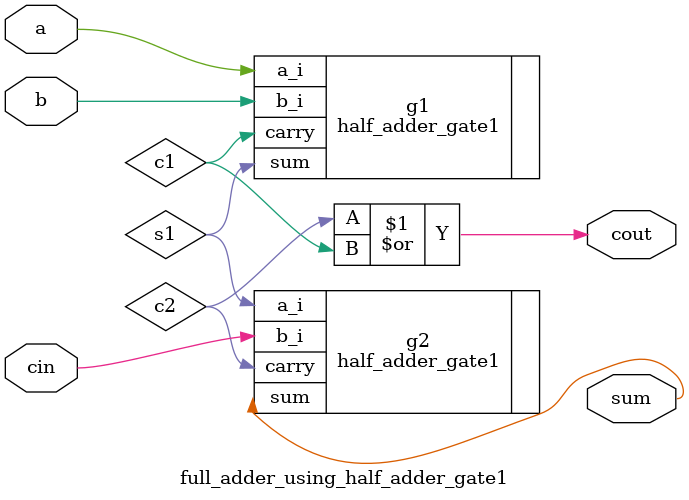
<source format=v>
`timescale 1ns / 1ps


module full_adder_using_half_adder_gate1(a,b,cin,sum,cout);
    input a,b,cin;
    output sum,cout;
    
    wire s1,c1,c2;
    
    half_adder_gate1 g1(.a_i(a),.b_i(b),.sum(s1),.carry(c1));
    half_adder_gate1 g2(.a_i(s1),.b_i(cin),.sum(sum),.carry(c2));
    assign cout=c2|c1;
    
endmodule

</source>
